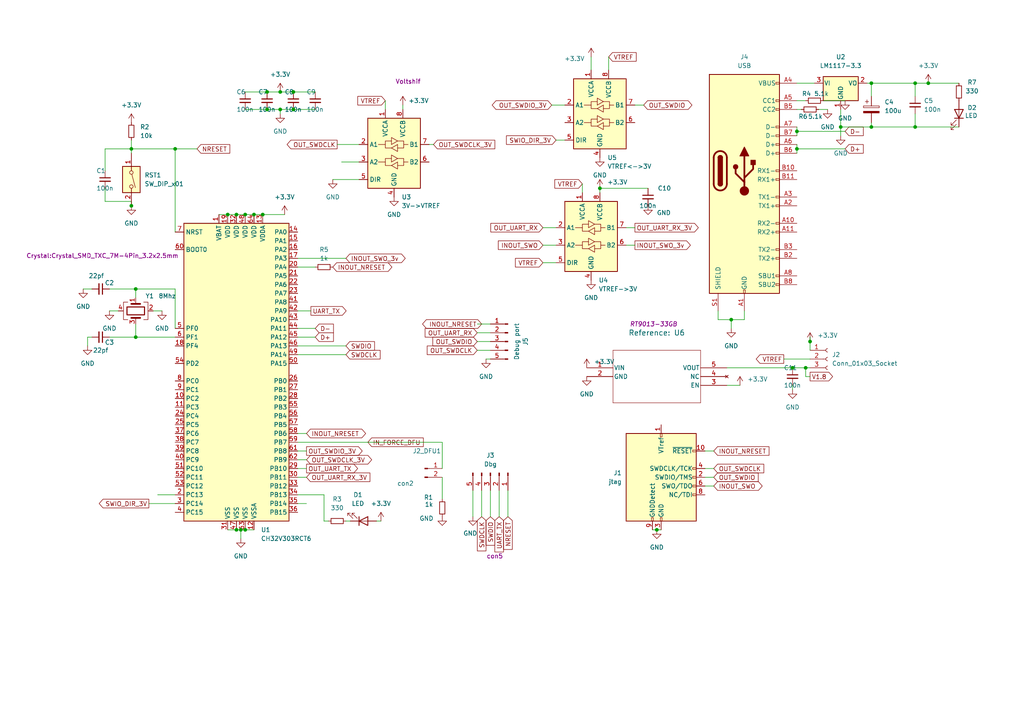
<source format=kicad_sch>
(kicad_sch (version 20231120) (generator "eeschema") (generator_version "8.0")
  (paper "A4")
  (title_block (title "Swindle CH32V303") (rev "G"))
  (lib_symbols
    (symbol "2024-10-20_09-04-45:RT9013-33GB" (pin_names (offset 0.254))
      (property "Reference" "U" (at 20.32 10.16 0))
      (property "Value" "RT9013-33GB" (at 20.32 7.62 0))
      (symbol "RT9013-33GB_0_1"
        (polyline (pts (xy 7.62 -10.16) (xy 33.02 -10.16)) (stroke (width 0.127)))
        (polyline (pts (xy 7.62 5.08) (xy 7.62 -10.16)) (stroke (width 0.127)))
        (polyline (pts (xy 33.02 -10.16) (xy 33.02 5.08)) (stroke (width 0.127)))
        (polyline (pts (xy 33.02 5.08) (xy 7.62 5.08)) (stroke (width 0.127)))
        (pin input line (at 0 0 0) (length 7.62) (name "VIN") (number "1"))
        (pin power_out line (at 0 -2.54 0) (length 7.62) (name "GND") (number "2"))
        (pin unspecified line (at 40.64 -5.08 180) (length 7.62) (name "EN") (number "3"))
        (pin no_connect line (at 40.64 -2.54 180) (length 7.62) (name "NC") (number "4"))
        (pin output line (at 40.64 0 180) (length 7.62) (name "VOUT") (number "5"))
      )
    )
    (symbol "Connector:Conn_01x02_Pin" (pin_names (offset 1.016) hide)
      (property "Reference" "J" (at 0 2.54 0))
      (property "Value" "Conn_01x02_Pin" (at 0 -5.08 0))
      (symbol "Conn_01x02_Pin_1_1"
        (polyline (pts (xy 1.27 -2.54) (xy 0.8636 -2.54)) (stroke (width 0.1524)))
        (polyline (pts (xy 1.27 0) (xy 0.8636 0)) (stroke (width 0.1524)))
        (rectangle (start 0.8636 -2.413) (end 0 -2.667) (stroke (width 0.1524)) (fill (type outline)))
        (rectangle (start 0.8636 0.127) (end 0 -0.127) (stroke (width 0.1524)) (fill (type outline)))
        (pin passive line (at 5.08 0 180) (length 3.81) (name "Pin_1") (number "1"))
        (pin passive line (at 5.08 -2.54 180) (length 3.81) (name "Pin_2") (number "2"))
      )
    )
    (symbol "Connector:Conn_01x03_Socket" (pin_names (offset 1.016) hide)
      (property "Reference" "J" (at 0 5.08 0))
      (property "Value" "Conn_01x03_Socket" (at 0 -5.08 0))
      (symbol "Conn_01x03_Socket_1_1"
        (arc (start 0 -2.032) (mid -0.5058 -2.54) (end 0 -3.048) (stroke (width 0.1524)))
        (polyline (pts (xy -1.27 -2.54) (xy -0.508 -2.54)) (stroke (width 0.1524)))
        (polyline (pts (xy -1.27 0) (xy -0.508 0)) (stroke (width 0.1524)))
        (polyline (pts (xy -1.27 2.54) (xy -0.508 2.54)) (stroke (width 0.1524)))
        (arc (start 0 0.508) (mid -0.5058 0) (end 0 -0.508) (stroke (width 0.1524)))
        (arc (start 0 3.048) (mid -0.5058 2.54) (end 0 2.032) (stroke (width 0.1524)))
        (pin passive line (at -5.08 2.54 0) (length 3.81) (name "Pin_1") (number "1"))
        (pin passive line (at -5.08 0 0) (length 3.81) (name "Pin_2") (number "2"))
        (pin passive line (at -5.08 -2.54 0) (length 3.81) (name "Pin_3") (number "3"))
      )
    )
    (symbol "Connector:Conn_01x05_Male" (pin_names (offset 1.016) hide)
      (property "Reference" "J" (at 0 7.62 0))
      (property "Value" "Conn_01x05_Male" (at 0 -7.62 0))
      (symbol "Conn_01x05_Male_1_1"
        (polyline (pts (xy 1.27 -5.08) (xy 0.8636 -5.08)) (stroke (width 0.1524)))
        (polyline (pts (xy 1.27 -2.54) (xy 0.8636 -2.54)) (stroke (width 0.1524)))
        (polyline (pts (xy 1.27 0) (xy 0.8636 0)) (stroke (width 0.1524)))
        (polyline (pts (xy 1.27 2.54) (xy 0.8636 2.54)) (stroke (width 0.1524)))
        (polyline (pts (xy 1.27 5.08) (xy 0.8636 5.08)) (stroke (width 0.1524)))
        (rectangle (start 0.8636 -4.953) (end 0 -5.207) (stroke (width 0.1524)) (fill (type outline)))
        (rectangle (start 0.8636 -2.413) (end 0 -2.667) (stroke (width 0.1524)) (fill (type outline)))
        (rectangle (start 0.8636 0.127) (end 0 -0.127) (stroke (width 0.1524)) (fill (type outline)))
        (rectangle (start 0.8636 2.667) (end 0 2.413) (stroke (width 0.1524)) (fill (type outline)))
        (rectangle (start 0.8636 5.207) (end 0 4.953) (stroke (width 0.1524)) (fill (type outline)))
        (pin passive line (at 5.08 5.08 180) (length 3.81) (name "Pin_1") (number "1"))
        (pin passive line (at 5.08 2.54 180) (length 3.81) (name "Pin_2") (number "2"))
        (pin passive line (at 5.08 0 180) (length 3.81) (name "Pin_3") (number "3"))
        (pin passive line (at 5.08 -2.54 180) (length 3.81) (name "Pin_4") (number "4"))
        (pin passive line (at 5.08 -5.08 180) (length 3.81) (name "Pin_5") (number "5"))
      )
    )
    (symbol "Connector:Conn_ARM_JTAG_SWD_10" (pin_names (offset 1.016))
      (property "Reference" "J" (at -2.54 16.51 0))
      (property "Value" "Conn_ARM_JTAG_SWD_10" (at -2.54 13.97 0))
      (symbol "Conn_ARM_JTAG_SWD_10_0_1"
        (rectangle (start -10.16 12.7) (end 10.16 -12.7) (stroke (width 0.254)) (fill (type background)))
        (rectangle (start -2.794 -12.7) (end -2.286 -11.684))
        (rectangle (start -0.254 -12.7) (end 0.254 -11.684))
        (rectangle (start -0.254 12.7) (end 0.254 11.684))
        (rectangle (start 9.144 2.286) (end 10.16 2.794))
        (rectangle (start 10.16 -2.794) (end 9.144 -2.286))
        (rectangle (start 10.16 -0.254) (end 9.144 0.254))
        (rectangle (start 10.16 7.874) (end 9.144 7.366))
      )
      (symbol "Conn_ARM_JTAG_SWD_10_1_1"
        (rectangle (start 9.144 -5.334) (end 10.16 -4.826))
        (pin power_in line (at 0 15.24 270) (length 2.54) (name "VTref") (number "1"))
        (pin open_collector line (at 12.7 7.62 180) (length 2.54) (name "~{RESET}") (number "10"))
        (pin bidirectional line (at 12.7 0 180) (length 2.54) (name "SWDIO/TMS") (number "2"))
        (pin power_in line (at 0 -15.24 90) (length 2.54) (name "GND") (number "3"))
        (pin output line (at 12.7 2.54 180) (length 2.54) (name "SWDCLK/TCK") (number "4"))
        (pin passive line (at 0 -15.24 90) (length 2.54) hide (name "GND") (number "5"))
        (pin input line (at 12.7 -2.54 180) (length 2.54) (name "SWO/TDO") (number "6"))
        (pin no_connect line (at -10.16 0 0) (length 2.54) hide (name "KEY") (number "7"))
        (pin output line (at 12.7 -5.08 180) (length 2.54) (name "NC/TDI") (number "8"))
        (pin passive line (at -2.54 -15.24 90) (length 2.54) (name "GNDDetect") (number "9"))
      )
    )
    (symbol "Connector:USB_C_Receptacle" (pin_names (offset 1.016))
      (property "Reference" "J" (at -10.16 29.21 0))
      (property "Value" "USB_C_Receptacle" (at 10.16 29.21 0))
      (symbol "USB_C_Receptacle_0_0"
        (rectangle (start -0.254 -35.56) (end 0.254 -34.544))
        (rectangle (start 10.16 -32.766) (end 9.144 -33.274))
        (rectangle (start 10.16 -30.226) (end 9.144 -30.734))
        (rectangle (start 10.16 -25.146) (end 9.144 -25.654))
        (rectangle (start 10.16 -22.606) (end 9.144 -23.114))
        (rectangle (start 10.16 -17.526) (end 9.144 -18.034))
        (rectangle (start 10.16 -14.986) (end 9.144 -15.494))
        (rectangle (start 10.16 -9.906) (end 9.144 -10.414))
        (rectangle (start 10.16 -7.366) (end 9.144 -7.874))
        (rectangle (start 10.16 -2.286) (end 9.144 -2.794))
        (rectangle (start 10.16 0.254) (end 9.144 -0.254))
        (rectangle (start 10.16 5.334) (end 9.144 4.826))
        (rectangle (start 10.16 7.874) (end 9.144 7.366))
        (rectangle (start 10.16 10.414) (end 9.144 9.906))
        (rectangle (start 10.16 12.954) (end 9.144 12.446))
        (rectangle (start 10.16 18.034) (end 9.144 17.526))
        (rectangle (start 10.16 20.574) (end 9.144 20.066))
        (rectangle (start 10.16 25.654) (end 9.144 25.146))
      )
      (symbol "USB_C_Receptacle_0_1"
        (rectangle (start -10.16 27.94) (end 10.16 -35.56) (stroke (width 0.254)) (fill (type background)))
        (arc (start -8.89 -3.81) (mid -6.985 -5.7067) (end -5.08 -3.81) (stroke (width 0.508)))
        (arc (start -7.62 -3.81) (mid -6.985 -4.4423) (end -6.35 -3.81) (stroke (width 0.254)))
        (arc (start -7.62 -3.81) (mid -6.985 -4.4423) (end -6.35 -3.81) (stroke (width 0.254)) (fill (type outline)))
        (rectangle (start -7.62 -3.81) (end -6.35 3.81) (stroke (width 0.254)) (fill (type outline)))
        (arc (start -6.35 3.81) (mid -6.985 4.4423) (end -7.62 3.81) (stroke (width 0.254)))
        (arc (start -6.35 3.81) (mid -6.985 4.4423) (end -7.62 3.81) (stroke (width 0.254)) (fill (type outline)))
        (arc (start -5.08 3.81) (mid -6.985 5.7067) (end -8.89 3.81) (stroke (width 0.508)))
        (polyline (pts (xy -8.89 -3.81) (xy -8.89 3.81)) (stroke (width 0.508)))
        (polyline (pts (xy -5.08 3.81) (xy -5.08 -3.81)) (stroke (width 0.508)))
      )
      (symbol "USB_C_Receptacle_1_1"
        (circle (center -2.54 1.143) (radius 0.635) (stroke (width 0.254)) (fill (type outline)))
        (circle (center 0 -5.842) (radius 1.27) (fill (type outline)))
        (polyline (pts (xy 0 -5.842) (xy 0 4.318)) (stroke (width 0.508)))
        (polyline (pts (xy 0 -3.302) (xy -2.54 -0.762) (xy -2.54 0.508)) (stroke (width 0.508)))
        (polyline (pts (xy 0 -2.032) (xy 2.54 0.508) (xy 2.54 1.778)) (stroke (width 0.508)))
        (polyline (pts (xy -1.27 4.318) (xy 0 6.858) (xy 1.27 4.318) (xy -1.27 4.318)) (stroke (width 0.254)) (fill (type outline)))
        (rectangle (start 1.905 1.778) (end 3.175 3.048) (stroke (width 0.254)) (fill (type outline)))
        (pin passive line (at 0 -40.64 90) (length 5.08) (name "GND") (number "A1"))
        (pin bidirectional line (at 15.24 -15.24 180) (length 5.08) (name "RX2-") (number "A10"))
        (pin bidirectional line (at 15.24 -17.78 180) (length 5.08) (name "RX2+") (number "A11"))
        (pin passive line (at 0 -40.64 90) (length 5.08) hide (name "GND") (number "A12"))
        (pin bidirectional line (at 15.24 -10.16 180) (length 5.08) (name "TX1+") (number "A2"))
        (pin bidirectional line (at 15.24 -7.62 180) (length 5.08) (name "TX1-") (number "A3"))
        (pin passive line (at 15.24 25.4 180) (length 5.08) (name "VBUS") (number "A4"))
        (pin bidirectional line (at 15.24 20.32 180) (length 5.08) (name "CC1") (number "A5"))
        (pin bidirectional line (at 15.24 7.62 180) (length 5.08) (name "D+") (number "A6"))
        (pin bidirectional line (at 15.24 12.7 180) (length 5.08) (name "D-") (number "A7"))
        (pin bidirectional line (at 15.24 -30.48 180) (length 5.08) (name "SBU1") (number "A8"))
        (pin passive line (at 15.24 25.4 180) (length 5.08) hide (name "VBUS") (number "A9"))
        (pin passive line (at 0 -40.64 90) (length 5.08) hide (name "GND") (number "B1"))
        (pin bidirectional line (at 15.24 0 180) (length 5.08) (name "RX1-") (number "B10"))
        (pin bidirectional line (at 15.24 -2.54 180) (length 5.08) (name "RX1+") (number "B11"))
        (pin passive line (at 0 -40.64 90) (length 5.08) hide (name "GND") (number "B12"))
        (pin bidirectional line (at 15.24 -25.4 180) (length 5.08) (name "TX2+") (number "B2"))
        (pin bidirectional line (at 15.24 -22.86 180) (length 5.08) (name "TX2-") (number "B3"))
        (pin passive line (at 15.24 25.4 180) (length 5.08) hide (name "VBUS") (number "B4"))
        (pin bidirectional line (at 15.24 17.78 180) (length 5.08) (name "CC2") (number "B5"))
        (pin bidirectional line (at 15.24 5.08 180) (length 5.08) (name "D+") (number "B6"))
        (pin bidirectional line (at 15.24 10.16 180) (length 5.08) (name "D-") (number "B7"))
        (pin bidirectional line (at 15.24 -33.02 180) (length 5.08) (name "SBU2") (number "B8"))
        (pin passive line (at 15.24 25.4 180) (length 5.08) hide (name "VBUS") (number "B9"))
        (pin passive line (at -7.62 -40.64 90) (length 5.08) (name "SHIELD") (number "S1"))
      )
    )
    (symbol "Device:C_Polarized" (pin_numbers hide) (pin_names (offset 0.254))
      (property "Reference" "C" (at 0.635 2.54 0))
      (property "Value" "C_Polarized" (at 0.635 -2.54 0))
      (symbol "C_Polarized_0_1"
        (rectangle (start -2.286 0.508) (end 2.286 1.016))
        (polyline (pts (xy -1.778 2.286) (xy -0.762 2.286)))
        (polyline (pts (xy -1.27 2.794) (xy -1.27 1.778)))
        (rectangle (start 2.286 -0.508) (end -2.286 -1.016) (fill (type outline)))
      )
      (symbol "C_Polarized_1_1"
        (pin passive line (at 0 3.81 270) (length 2.794) (name "~") (number "1"))
        (pin passive line (at 0 -3.81 90) (length 2.794) (name "~") (number "2"))
      )
    )
    (symbol "Device:C_Small" (pin_numbers hide) (pin_names (offset 0.254) hide)
      (property "Reference" "C" (at 0.254 1.778 0))
      (property "Value" "C_Small" (at 0.254 -2.032 0))
      (symbol "C_Small_0_1"
        (polyline (pts (xy -1.524 -0.508) (xy 1.524 -0.508)) (stroke (width 0.3302)))
        (polyline (pts (xy -1.524 0.508) (xy 1.524 0.508)) (stroke (width 0.3048)))
      )
      (symbol "C_Small_1_1"
        (pin passive line (at 0 2.54 270) (length 2.032) (name "~") (number "1"))
        (pin passive line (at 0 -2.54 90) (length 2.032) (name "~") (number "2"))
      )
    )
    (symbol "Device:Crystal_GND24" (pin_names (offset 1.016) hide)
      (property "Reference" "Y" (at 3.175 5.08 0))
      (property "Value" "Crystal_GND24" (at 3.175 3.175 0))
      (symbol "Crystal_GND24_0_1"
        (rectangle (start -1.143 2.54) (end 1.143 -2.54) (stroke (width 0.3048)))
        (polyline (pts (xy -2.54 0) (xy -2.032 0)))
        (polyline (pts (xy -2.032 -1.27) (xy -2.032 1.27)) (stroke (width 0.508)))
        (polyline (pts (xy 0 -3.81) (xy 0 -3.556)))
        (polyline (pts (xy 0 3.556) (xy 0 3.81)))
        (polyline (pts (xy 2.032 -1.27) (xy 2.032 1.27)) (stroke (width 0.508)))
        (polyline (pts (xy 2.032 0) (xy 2.54 0)))
        (polyline (pts (xy -2.54 -2.286) (xy -2.54 -3.556) (xy 2.54 -3.556) (xy 2.54 -2.286)))
        (polyline (pts (xy -2.54 2.286) (xy -2.54 3.556) (xy 2.54 3.556) (xy 2.54 2.286)))
      )
      (symbol "Crystal_GND24_1_1"
        (pin passive line (at -3.81 0 0) (length 1.27) (name "1") (number "1"))
        (pin passive line (at 0 5.08 270) (length 1.27) (name "2") (number "2"))
        (pin passive line (at 3.81 0 180) (length 1.27) (name "3") (number "3"))
        (pin passive line (at 0 -5.08 90) (length 1.27) (name "4") (number "4"))
      )
    )
    (symbol "Device:LED" (pin_numbers hide) (pin_names (offset 1.016) hide)
      (property "Reference" "D" (at 0 2.54 0))
      (property "Value" "LED" (at 0 -2.54 0))
      (symbol "LED_0_1"
        (polyline (pts (xy -1.27 -1.27) (xy -1.27 1.27)) (stroke (width 0.254)))
        (polyline (pts (xy -1.27 0) (xy 1.27 0)))
        (polyline (pts (xy 1.27 -1.27) (xy 1.27 1.27) (xy -1.27 0) (xy 1.27 -1.27)) (stroke (width 0.254)))
        (polyline (pts (xy -3.048 -0.762) (xy -4.572 -2.286) (xy -3.81 -2.286) (xy -4.572 -2.286) (xy -4.572 -1.524)))
        (polyline (pts (xy -1.778 -0.762) (xy -3.302 -2.286) (xy -2.54 -2.286) (xy -3.302 -2.286) (xy -3.302 -1.524)))
      )
      (symbol "LED_1_1"
        (pin passive line (at -3.81 0 0) (length 2.54) (name "K") (number "1"))
        (pin passive line (at 3.81 0 180) (length 2.54) (name "A") (number "2"))
      )
    )
    (symbol "Device:R_Small" (pin_numbers hide) (pin_names (offset 0.254) hide)
      (property "Reference" "R" (at 0.762 0.508 0))
      (property "Value" "R_Small" (at 0.762 -1.016 0))
      (symbol "R_Small_0_1"
        (rectangle (start -0.762 1.778) (end 0.762 -1.778) (stroke (width 0.2032)))
      )
      (symbol "R_Small_1_1"
        (pin passive line (at 0 2.54 270) (length 0.762) (name "~") (number "1"))
        (pin passive line (at 0 -2.54 90) (length 0.762) (name "~") (number "2"))
      )
    )
    (symbol "Logic_LevelTranslator:SN74LVC2T45DCUR"
      (property "Reference" "U" (at -6.35 11.43 0))
      (property "Value" "SN74LVC2T45DCUR" (at 3.81 11.43 0))
      (symbol "SN74LVC2T45DCUR_0_1"
        (rectangle (start -7.62 10.16) (end 7.62 -10.16) (stroke (width 0.254)) (fill (type background)))
        (polyline (pts (xy -2.54 2.54) (xy -2.54 3.556) (xy -0.762 3.556)))
        (polyline (pts (xy 2.794 2.54) (xy 2.794 1.524) (xy 1.016 1.524)))
        (polyline (pts (xy -0.762 1.524) (xy -2.54 1.524) (xy -2.54 2.54) (xy -4.572 2.54)))
        (polyline (pts (xy -0.762 2.54) (xy -0.762 4.572) (xy 1.016 3.556) (xy -0.762 2.54)))
        (polyline (pts (xy 1.016 3.556) (xy 2.794 3.556) (xy 2.794 2.54) (xy 4.064 2.54)))
        (polyline (pts (xy 1.016 2.54) (xy 1.016 0.762) (xy 1.016 0.508) (xy -0.762 1.524) (xy 1.016 2.54)))
      )
      (symbol "SN74LVC2T45DCUR_1_1"
        (polyline (pts (xy -2.54 -2.54) (xy -2.54 -1.524) (xy -0.762 -1.524)))
        (polyline (pts (xy 2.794 -2.54) (xy 2.794 -3.556) (xy 1.016 -3.556)))
        (polyline (pts (xy -0.762 -3.556) (xy -2.54 -3.556) (xy -2.54 -2.54) (xy -4.572 -2.54)))
        (polyline (pts (xy -0.762 -2.54) (xy -0.762 -0.508) (xy 1.016 -1.524) (xy -0.762 -2.54)))
        (polyline (pts (xy 1.016 -1.524) (xy 2.794 -1.524) (xy 2.794 -2.54) (xy 4.064 -2.54)))
        (polyline (pts (xy 1.016 -2.54) (xy 1.016 -4.318) (xy 1.016 -4.572) (xy -0.762 -3.556) (xy 1.016 -2.54)))
        (pin power_in line (at -2.54 12.7 270) (length 2.54) (name "VCCA") (number "1"))
        (pin bidirectional line (at -10.16 2.54 0) (length 2.54) (name "A1") (number "2"))
        (pin bidirectional line (at -10.16 -2.54 0) (length 2.54) (name "A2") (number "3"))
        (pin power_in line (at 0 -12.7 90) (length 2.54) (name "GND") (number "4"))
        (pin input line (at -10.16 -7.62 0) (length 2.54) (name "DIR") (number "5"))
        (pin bidirectional line (at 10.16 -2.54 180) (length 2.54) (name "B2") (number "6"))
        (pin bidirectional line (at 10.16 2.54 180) (length 2.54) (name "B1") (number "7"))
        (pin power_in line (at 2.54 12.7 270) (length 2.54) (name "VCCB") (number "8"))
      )
    )
    (symbol "MCU_ST_STM32F3:STM32F303RCTx"
      (property "Reference" "U" (at -15.24 44.45 0))
      (property "Value" "STM32F303RCTx" (at 10.16 44.45 0))
      (symbol "STM32F303RCTx_0_1"
        (rectangle (start -15.24 -43.18) (end 15.24 43.18) (stroke (width 0.254)) (fill (type background)))
      )
      (symbol "STM32F303RCTx_1_1"
        (pin power_in line (at -5.08 45.72 270) (length 2.54) (name "VBAT") (number "1"))
        (pin bidirectional line (at -17.78 -7.62 0) (length 2.54) (name "PC2") (number "10"))
        (pin bidirectional line (at -17.78 -10.16 0) (length 2.54) (name "PC3") (number "11"))
        (pin power_in line (at 5.08 -45.72 90) (length 2.54) (name "VSSA") (number "12"))
        (pin power_in line (at 7.62 45.72 270) (length 2.54) (name "VDDA") (number "13"))
        (pin bidirectional line (at 17.78 40.64 180) (length 2.54) (name "PA0") (number "14"))
        (pin bidirectional line (at 17.78 38.1 180) (length 2.54) (name "PA1") (number "15"))
        (pin bidirectional line (at 17.78 35.56 180) (length 2.54) (name "PA2") (number "16"))
        (pin bidirectional line (at 17.78 33.02 180) (length 2.54) (name "PA3") (number "17"))
        (pin bidirectional line (at -17.78 7.62 0) (length 2.54) (name "PF4") (number "18"))
        (pin power_in line (at -2.54 45.72 270) (length 2.54) (name "VDD") (number "19"))
        (pin bidirectional line (at -17.78 -35.56 0) (length 2.54) (name "PC13") (number "2"))
        (pin bidirectional line (at 17.78 30.48 180) (length 2.54) (name "PA4") (number "20"))
        (pin bidirectional line (at 17.78 27.94 180) (length 2.54) (name "PA5") (number "21"))
        (pin bidirectional line (at 17.78 25.4 180) (length 2.54) (name "PA6") (number "22"))
        (pin bidirectional line (at 17.78 22.86 180) (length 2.54) (name "PA7") (number "23"))
        (pin bidirectional line (at -17.78 -12.7 0) (length 2.54) (name "PC4") (number "24"))
        (pin bidirectional line (at -17.78 -15.24 0) (length 2.54) (name "PC5") (number "25"))
        (pin bidirectional line (at 17.78 -2.54 180) (length 2.54) (name "PB0") (number "26"))
        (pin bidirectional line (at 17.78 -5.08 180) (length 2.54) (name "PB1") (number "27"))
        (pin bidirectional line (at 17.78 -7.62 180) (length 2.54) (name "PB2") (number "28"))
        (pin bidirectional line (at 17.78 -27.94 180) (length 2.54) (name "PB10") (number "29"))
        (pin bidirectional line (at -17.78 -38.1 0) (length 2.54) (name "PC14") (number "3"))
        (pin bidirectional line (at 17.78 -30.48 180) (length 2.54) (name "PB11") (number "30"))
        (pin power_in line (at -2.54 -45.72 90) (length 2.54) (name "VSS") (number "31"))
        (pin power_in line (at 0 45.72 270) (length 2.54) (name "VDD") (number "32"))
        (pin bidirectional line (at 17.78 -33.02 180) (length 2.54) (name "PB12") (number "33"))
        (pin bidirectional line (at 17.78 -35.56 180) (length 2.54) (name "PB13") (number "34"))
        (pin bidirectional line (at 17.78 -38.1 180) (length 2.54) (name "PB14") (number "35"))
        (pin bidirectional line (at 17.78 -40.64 180) (length 2.54) (name "PB15") (number "36"))
        (pin bidirectional line (at -17.78 -17.78 0) (length 2.54) (name "PC6") (number "37"))
        (pin bidirectional line (at -17.78 -20.32 0) (length 2.54) (name "PC7") (number "38"))
        (pin bidirectional line (at -17.78 -22.86 0) (length 2.54) (name "PC8") (number "39"))
        (pin bidirectional line (at -17.78 -40.64 0) (length 2.54) (name "PC15") (number "4"))
        (pin bidirectional line (at -17.78 -25.4 0) (length 2.54) (name "PC9") (number "40"))
        (pin bidirectional line (at 17.78 20.32 180) (length 2.54) (name "PA8") (number "41"))
        (pin bidirectional line (at 17.78 17.78 180) (length 2.54) (name "PA9") (number "42"))
        (pin bidirectional line (at 17.78 15.24 180) (length 2.54) (name "PA10") (number "43"))
        (pin bidirectional line (at 17.78 12.7 180) (length 2.54) (name "PA11") (number "44"))
        (pin bidirectional line (at 17.78 10.16 180) (length 2.54) (name "PA12") (number "45"))
        (pin bidirectional line (at 17.78 7.62 180) (length 2.54) (name "PA13") (number "46"))
        (pin power_in line (at 0 -45.72 90) (length 2.54) (name "VSS") (number "47"))
        (pin power_in line (at 2.54 45.72 270) (length 2.54) (name "VDD") (number "48"))
        (pin bidirectional line (at 17.78 5.08 180) (length 2.54) (name "PA14") (number "49"))
        (pin input line (at -17.78 12.7 0) (length 2.54) (name "PF0") (number "5"))
        (pin bidirectional line (at 17.78 2.54 180) (length 2.54) (name "PA15") (number "50"))
        (pin bidirectional line (at -17.78 -27.94 0) (length 2.54) (name "PC10") (number "51"))
        (pin bidirectional line (at -17.78 -30.48 0) (length 2.54) (name "PC11") (number "52"))
        (pin bidirectional line (at -17.78 -33.02 0) (length 2.54) (name "PC12") (number "53"))
        (pin bidirectional line (at -17.78 2.54 0) (length 2.54) (name "PD2") (number "54"))
        (pin bidirectional line (at 17.78 -10.16 180) (length 2.54) (name "PB3") (number "55"))
        (pin bidirectional line (at 17.78 -12.7 180) (length 2.54) (name "PB4") (number "56"))
        (pin bidirectional line (at 17.78 -15.24 180) (length 2.54) (name "PB5") (number "57"))
        (pin bidirectional line (at 17.78 -17.78 180) (length 2.54) (name "PB6") (number "58"))
        (pin bidirectional line (at 17.78 -20.32 180) (length 2.54) (name "PB7") (number "59"))
        (pin input line (at -17.78 10.16 0) (length 2.54) (name "PF1") (number "6"))
        (pin input line (at -17.78 35.56 0) (length 2.54) (name "BOOT0") (number "60"))
        (pin bidirectional line (at 17.78 -22.86 180) (length 2.54) (name "PB8") (number "61"))
        (pin bidirectional line (at 17.78 -25.4 180) (length 2.54) (name "PB9") (number "62"))
        (pin power_in line (at 2.54 -45.72 90) (length 2.54) (name "VSS") (number "63"))
        (pin power_in line (at 5.08 45.72 270) (length 2.54) (name "VDD") (number "64"))
        (pin input line (at -17.78 40.64 0) (length 2.54) (name "NRST") (number "7"))
        (pin bidirectional line (at -17.78 -2.54 0) (length 2.54) (name "PC0") (number "8"))
        (pin bidirectional line (at -17.78 -5.08 0) (length 2.54) (name "PC1") (number "9"))
      )
    )
    (symbol "Regulator_Linear:LM1117-3.3" (pin_names (offset 0.254))
      (property "Reference" "U" (at -3.81 3.175 0))
      (property "Value" "LM1117-3.3" (at 0 3.175 0))
      (symbol "LM1117-3.3_0_1"
        (rectangle (start -5.08 -5.08) (end 5.08 1.905) (stroke (width 0.254)) (fill (type background)))
      )
      (symbol "LM1117-3.3_1_1"
        (pin power_in line (at 0 -7.62 90) (length 2.54) (name "GND") (number "1"))
        (pin power_out line (at 7.62 0 180) (length 2.54) (name "VO") (number "2"))
        (pin power_in line (at -7.62 0 0) (length 2.54) (name "VI") (number "3"))
      )
    )
    (symbol "Switch:SW_DIP_x01" (pin_names (offset 0) hide)
      (property "Reference" "SW" (at 0 3.81 0))
      (property "Value" "SW_DIP_x01" (at 0 -3.81 0))
      (symbol "SW_DIP_x01_0_0"
        (circle (center -2.032 0) (radius 0.508))
        (polyline (pts (xy -1.524 0.127) (xy 2.3622 1.1684)))
        (circle (center 2.032 0) (radius 0.508))
      )
      (symbol "SW_DIP_x01_0_1"
        (rectangle (start -3.81 2.54) (end 3.81 -2.54) (stroke (width 0.254)) (fill (type background)))
      )
      (symbol "SW_DIP_x01_1_1"
        (pin passive line (at -7.62 0 0) (length 5.08) (name "~") (number "1"))
        (pin passive line (at 7.62 0 180) (length 5.08) (name "~") (number "2"))
      )
    )
    (symbol "power:+3.3V" (power) (pin_names (offset 0))
      (property "Value" "+3.3V" (at 0 3.556 0))
      (symbol "+3.3V_0_1"
        (polyline (pts (xy -0.762 1.27) (xy 0 2.54)))
        (polyline (pts (xy 0 0) (xy 0 2.54)))
        (polyline (pts (xy 0 2.54) (xy 0.762 1.27)))
      )
      (symbol "+3.3V_1_1"
        (pin power_in line (at 0 0 90) (length 0) hide (name "+3.3V") (number "1"))
      )
    )
    (symbol "power:GND" (power) (pin_names (offset 0))
      (property "Value" "GND" (at 0 -3.81 0))
      (symbol "GND_0_1"
        (polyline (pts (xy 0 0) (xy 0 -1.27) (xy 1.27 -1.27) (xy 0 -2.54) (xy -1.27 -1.27) (xy 0 -1.27)))
      )
      (symbol "GND_1_1"
        (pin power_in line (at 0 0 270) (length 0) hide (name "GND") (number "1"))
      )
    )
  )
  (junction (at 77.47 31.75))
  (junction (at 85.09 26.67))
  (junction (at 50.8 43.18))
  (junction (at 68.58 153.67))
  (junction (at 71.12 153.67))
  (junction (at 173.99 54.61))
  (junction (at 73.66 62.23))
  (junction (at 77.47 26.67))
  (junction (at 38.1 43.18))
  (junction (at 69.85 153.67))
  (junction (at 81.28 26.67))
  (junction (at 233.68 106.68))
  (junction (at 39.37 83.82))
  (junction (at 252.73 24.13))
  (junction (at 68.58 62.23))
  (junction (at 243.84 36.83))
  (junction (at 76.2 62.23))
  (junction (at 39.37 97.79))
  (junction (at 71.12 62.23))
  (junction (at 252.73 36.83))
  (junction (at 190.5 153.67))
  (junction (at 265.43 24.13))
  (junction (at 231.14 38.1))
  (junction (at 234.95 99.06))
  (junction (at 269.24 24.13))
  (junction (at 265.43 36.83))
  (junction (at 85.09 31.75))
  (junction (at 229.87 106.68))
  (junction (at 38.1 59.69))
  (junction (at 231.14 43.18))
  (junction (at 66.04 62.23))
  (junction (at 212.09 92.71))
  (junction (at 81.28 31.75))
  (wire (pts (xy 181.61 66.04) (xy 184.15 66.04)))
  (wire (pts (xy 233.68 109.22) (xy 233.68 106.68)))
  (wire (pts (xy 77.47 31.75) (xy 81.28 31.75)))
  (wire (pts (xy 66.04 153.67) (xy 68.58 153.67)))
  (wire (pts (xy 31.75 90.17) (xy 34.29 90.17)))
  (wire (pts (xy 38.1 40.64) (xy 38.1 43.18)))
  (wire (pts (xy 243.84 36.83) (xy 252.73 36.83)))
  (wire (pts (xy 231.14 38.1) (xy 245.11 38.1)))
  (wire (pts (xy 252.73 24.13) (xy 265.43 24.13)))
  (wire (pts (xy 38.1 43.18) (xy 50.8 43.18)))
  (wire (pts (xy 265.43 27.94) (xy 265.43 24.13)))
  (wire (pts (xy 231.14 24.13) (xy 236.22 24.13)))
  (wire (pts (xy 69.85 153.67) (xy 71.12 153.67)))
  (wire (pts (xy 265.43 24.13) (xy 269.24 24.13)))
  (wire (pts (xy 265.43 33.02) (xy 265.43 36.83)))
  (wire (pts (xy 142.24 142.24) (xy 142.24 149.86)))
  (wire (pts (xy 204.47 135.89) (xy 207.01 135.89)))
  (wire (pts (xy 38.1 58.42) (xy 38.1 59.69)))
  (wire (pts (xy 157.48 76.2) (xy 161.29 76.2)))
  (wire (pts (xy 144.78 142.24) (xy 144.78 149.86)))
  (wire (pts (xy 71.12 62.23) (xy 73.66 62.23)))
  (wire (pts (xy 86.36 74.93) (xy 100.33 74.93)))
  (wire (pts (xy 212.09 92.71) (xy 215.9 92.71)))
  (wire (pts (xy 184.15 30.48) (xy 186.69 30.48)))
  (wire (pts (xy 76.2 62.23) (xy 82.55 62.23)))
  (wire (pts (xy 31.75 83.82) (xy 39.37 83.82)))
  (wire (pts (xy 30.48 49.53) (xy 30.48 43.18)))
  (wire (pts (xy 30.48 54.61) (xy 30.48 58.42)))
  (wire (pts (xy 168.91 53.34) (xy 168.91 55.88)))
  (wire (pts (xy 231.14 36.83) (xy 231.14 38.1)))
  (wire (pts (xy 140.97 104.14) (xy 142.24 104.14)))
  (wire (pts (xy 39.37 83.82) (xy 50.8 83.82)))
  (wire (pts (xy 39.37 93.98) (xy 39.37 97.79)))
  (wire (pts (xy 138.43 93.98) (xy 142.24 93.98)))
  (wire (pts (xy 229.87 111.76) (xy 229.87 113.03)))
  (wire (pts (xy 86.36 95.25) (xy 91.44 95.25)))
  (wire (pts (xy 31.75 97.79) (xy 39.37 97.79)))
  (wire (pts (xy 238.76 29.21) (xy 245.11 29.21)))
  (wire (pts (xy 109.22 151.13) (xy 110.49 151.13)))
  (wire (pts (xy 215.9 90.17) (xy 215.9 92.71)))
  (wire (pts (xy 93.98 143.51) (xy 93.98 151.13)))
  (wire (pts (xy 63.5 62.23) (xy 66.04 62.23)))
  (wire (pts (xy 243.84 36.83) (xy 243.84 39.37)))
  (wire (pts (xy 81.28 31.75) (xy 85.09 31.75)))
  (wire (pts (xy 190.5 153.67) (xy 191.77 153.67)))
  (wire (pts (xy 208.28 92.71) (xy 212.09 92.71)))
  (wire (pts (xy 231.14 43.18) (xy 231.14 44.45)))
  (wire (pts (xy 96.52 52.07) (xy 104.14 52.07)))
  (wire (pts (xy 81.28 31.75) (xy 81.28 33.02)))
  (wire (pts (xy 68.58 153.67) (xy 69.85 153.67)))
  (wire (pts (xy 229.87 106.68) (xy 233.68 106.68)))
  (wire (pts (xy 50.8 43.18) (xy 57.15 43.18)))
  (wire (pts (xy 30.48 43.18) (xy 38.1 43.18)))
  (wire (pts (xy 204.47 138.43) (xy 207.01 138.43)))
  (wire (pts (xy 100.33 151.13) (xy 101.6 151.13)))
  (wire (pts (xy 111.76 29.21) (xy 111.76 31.75)))
  (wire (pts (xy 44.45 90.17) (xy 46.99 90.17)))
  (wire (pts (xy 234.95 99.06) (xy 234.95 101.6)))
  (wire (pts (xy 86.36 125.73) (xy 88.9 125.73)))
  (wire (pts (xy 231.14 29.21) (xy 233.68 29.21)))
  (wire (pts (xy 86.36 100.33) (xy 100.33 100.33)))
  (wire (pts (xy 231.14 38.1) (xy 231.14 39.37)))
  (wire (pts (xy 243.84 31.75) (xy 243.84 36.83)))
  (wire (pts (xy 38.1 43.18) (xy 38.1 44.45)))
  (wire (pts (xy 227.33 104.14) (xy 234.95 104.14)))
  (wire (pts (xy 86.36 77.47) (xy 91.44 77.47)))
  (wire (pts (xy 128.27 128.27) (xy 128.27 135.89)))
  (wire (pts (xy 269.24 24.13) (xy 278.13 24.13)))
  (wire (pts (xy 81.28 26.67) (xy 85.09 26.67)))
  (wire (pts (xy 139.7 142.24) (xy 139.7 149.86)))
  (wire (pts (xy 30.48 58.42) (xy 38.1 58.42)))
  (wire (pts (xy 86.36 135.89) (xy 88.9 135.89)))
  (wire (pts (xy 204.47 130.81) (xy 207.01 130.81)))
  (wire (pts (xy 25.4 97.79) (xy 25.4 100.33)))
  (wire (pts (xy 234.95 109.22) (xy 233.68 109.22)))
  (wire (pts (xy 25.4 97.79) (xy 26.67 97.79)))
  (wire (pts (xy 212.09 92.71) (xy 212.09 95.25)))
  (wire (pts (xy 157.48 71.12) (xy 161.29 71.12)))
  (wire (pts (xy 181.61 71.12) (xy 184.15 71.12)))
  (wire (pts (xy 171.45 16.51) (xy 171.45 20.32)))
  (wire (pts (xy 86.36 138.43) (xy 88.9 138.43)))
  (wire (pts (xy 71.12 31.75) (xy 77.47 31.75)))
  (wire (pts (xy 176.53 16.51) (xy 176.53 20.32)))
  (wire (pts (xy 69.85 153.67) (xy 69.85 156.21)))
  (wire (pts (xy 231.14 43.18) (xy 245.11 43.18)))
  (wire (pts (xy 157.48 66.04) (xy 161.29 66.04)))
  (wire (pts (xy 73.66 62.23) (xy 76.2 62.23)))
  (wire (pts (xy 208.28 90.17) (xy 208.28 92.71)))
  (wire (pts (xy 138.43 96.52) (xy 142.24 96.52)))
  (wire (pts (xy 147.32 142.24) (xy 147.32 149.86)))
  (wire (pts (xy 68.58 62.23) (xy 71.12 62.23)))
  (wire (pts (xy 116.84 30.48) (xy 116.84 31.75)))
  (wire (pts (xy 97.79 41.91) (xy 104.14 41.91)))
  (wire (pts (xy 39.37 83.82) (xy 39.37 86.36)))
  (wire (pts (xy 86.36 143.51) (xy 93.98 143.51)))
  (wire (pts (xy 50.8 43.18) (xy 50.8 67.31)))
  (wire (pts (xy 265.43 36.83) (xy 278.13 36.83)))
  (wire (pts (xy 93.98 151.13) (xy 95.25 151.13)))
  (wire (pts (xy 138.43 101.6) (xy 142.24 101.6)))
  (wire (pts (xy 86.36 90.17) (xy 90.17 90.17)))
  (wire (pts (xy 233.68 106.68) (xy 234.95 106.68)))
  (wire (pts (xy 173.99 54.61) (xy 187.96 54.61)))
  (wire (pts (xy 231.14 41.91) (xy 231.14 43.18)))
  (wire (pts (xy 137.16 142.24) (xy 137.16 149.86)))
  (wire (pts (xy 86.36 97.79) (xy 91.44 97.79)))
  (wire (pts (xy 85.09 31.75) (xy 91.44 31.75)))
  (wire (pts (xy 71.12 153.67) (xy 73.66 153.67)))
  (wire (pts (xy 124.46 41.91) (xy 125.73 41.91)))
  (wire (pts (xy 210.82 111.76) (xy 214.63 111.76)))
  (wire (pts (xy 85.09 26.67) (xy 91.44 26.67)))
  (wire (pts (xy 45.72 143.51) (xy 50.8 143.51)))
  (wire (pts (xy 86.36 102.87) (xy 100.33 102.87)))
  (wire (pts (xy 173.99 54.61) (xy 173.99 55.88)))
  (wire (pts (xy 128.27 138.43) (xy 128.27 144.78)))
  (wire (pts (xy 86.36 128.27) (xy 128.27 128.27)))
  (wire (pts (xy 210.82 106.68) (xy 229.87 106.68)))
  (wire (pts (xy 161.29 40.64) (xy 163.83 40.64)))
  (wire (pts (xy 251.46 24.13) (xy 252.73 24.13)))
  (wire (pts (xy 77.47 26.67) (xy 81.28 26.67)))
  (wire (pts (xy 50.8 95.25) (xy 50.8 83.82)))
  (wire (pts (xy 86.36 133.35) (xy 88.9 133.35)))
  (wire (pts (xy 66.04 62.23) (xy 68.58 62.23)))
  (wire (pts (xy 39.37 97.79) (xy 50.8 97.79)))
  (wire (pts (xy 24.13 83.82) (xy 26.67 83.82)))
  (wire (pts (xy 43.18 146.05) (xy 50.8 146.05)))
  (wire (pts (xy 138.43 99.06) (xy 142.24 99.06)))
  (wire (pts (xy 252.73 36.83) (xy 265.43 36.83)))
  (wire (pts (xy 160.02 30.48) (xy 163.83 30.48)))
  (wire (pts (xy 234.95 97.79) (xy 234.95 99.06)))
  (wire (pts (xy 86.36 130.81) (xy 88.9 130.81)))
  (wire (pts (xy 71.12 26.67) (xy 77.47 26.67)))
  (wire (pts (xy 99.06 46.99) (xy 104.14 46.99)))
  (wire (pts (xy 189.23 153.67) (xy 190.5 153.67)))
  (wire (pts (xy 237.49 31.75) (xy 240.03 31.75)))
  (wire (pts (xy 204.47 140.97) (xy 207.01 140.97)))
  (wire (pts (xy 231.14 31.75) (xy 232.41 31.75)))
  (wire (pts (xy 252.73 27.94) (xy 252.73 24.13)))
  (wire (pts (xy 86.36 146.05) (xy 88.9 146.05)))
  (wire (pts (xy 252.73 35.56) (xy 252.73 36.83)))
  (global_label "SWIO_DIR_3V" (shape output) (at 43.18 146.05 180) (property "Intersheetrefs" "${INTERSHEET_REFS}" (effects (hide yes))))
  (global_label "SWDCLK" (shape input) (at 100.33 102.87 0) (property "Intersheetrefs" "${INTERSHEET_REFS}" (effects (hide yes))))
  (global_label "INOUT_SWO" (shape bidirectional) (at 207.01 140.97 0) (property "Intersheetrefs" "${INTERSHEET_REFS}" (effects (hide yes))))
  (global_label "VTREF" (shape input) (at 111.76 29.21 180) (property "Intersheetrefs" "${INTERSHEET_REFS}" (effects (hide yes))))
  (global_label "INOUT_SWO_3v" (shape output) (at 184.15 71.12 0) (property "Intersheetrefs" "${INTERSHEET_REFS}" (effects (hide yes))))
  (global_label "OUT_UART_RX_3V" (shape output) (at 184.15 66.04 0) (property "Intersheetrefs" "${INTERSHEET_REFS}" (effects (hide yes))))
  (global_label "V1.8" (shape output) (at 234.95 109.22 0) (property "Intersheetrefs" "${INTERSHEET_REFS}" (effects (hide yes))))
  (global_label "OUT_SWDIO" (shape input) (at 207.01 138.43 0) (property "Intersheetrefs" "${INTERSHEET_REFS}" (effects (hide yes))))
  (global_label "D-" (shape input) (at 91.44 95.25 0) (property "Intersheetrefs" "${INTERSHEET_REFS}" (effects (hide yes))))
  (global_label "OUT_SWDIO" (shape input) (at 138.43 99.06 180) (property "Intersheetrefs" "${INTERSHEET_REFS}" (effects (hide yes))))
  (global_label "INOUT_NRESET" (shape input) (at 207.01 130.81 0) (property "Intersheetrefs" "${INTERSHEET_REFS}" (effects (hide yes))))
  (global_label "OUT_UART_RX" (shape input) (at 138.43 96.52 180) (property "Intersheetrefs" "${INTERSHEET_REFS}" (effects (hide yes))))
  (global_label "INOUT_SWO_3v" (shape bidirectional) (at 100.33 74.93 0) (property "Intersheetrefs" "${INTERSHEET_REFS}" (effects (hide yes))))
  (global_label "OUT_UART_RX_3V" (shape input) (at 88.9 138.43 0) (property "Intersheetrefs" "${INTERSHEET_REFS}" (effects (hide yes))))
  (global_label "VTREF" (shape input) (at 157.48 76.2 180) (property "Intersheetrefs" "${INTERSHEET_REFS}" (effects (hide yes))))
  (global_label "OUT_UART_RX" (shape input) (at 157.48 66.04 180) (property "Intersheetrefs" "${INTERSHEET_REFS}" (effects (hide yes))))
  (global_label "OUT_UART_TX" (shape output) (at 88.9 135.89 0) (property "Intersheetrefs" "${INTERSHEET_REFS}" (effects (hide yes))))
  (global_label "UART_TX" (shape output) (at 90.17 90.17 0) (property "Intersheetrefs" "${INTERSHEET_REFS}" (effects (hide yes))))
  (global_label "OUT_SWDCLK_3V" (shape bidirectional) (at 88.9 133.35 0) (property "Intersheetrefs" "${INTERSHEET_REFS}" (effects (hide yes))))
  (global_label "OUT_SWDCLK" (shape input) (at 138.43 101.6 180) (property "Intersheetrefs" "${INTERSHEET_REFS}" (effects (hide yes))))
  (global_label "UART_TX" (shape input) (at 144.78 149.86 270) (property "Intersheetrefs" "${INTERSHEET_REFS}" (effects (hide yes))))
  (global_label "D+" (shape input) (at 91.44 97.79 0) (property "Intersheetrefs" "${INTERSHEET_REFS}" (effects (hide yes))))
  (global_label "SWDCLK" (shape input) (at 139.7 149.86 270) (property "Intersheetrefs" "${INTERSHEET_REFS}" (effects (hide yes))))
  (global_label "SWDIO" (shape input) (at 142.24 149.86 270) (property "Intersheetrefs" "${INTERSHEET_REFS}" (effects (hide yes))))
  (global_label "OUT_SWDCLK" (shape input) (at 207.01 135.89 0) (property "Intersheetrefs" "${INTERSHEET_REFS}" (effects (hide yes))))
  (global_label "INOUT_SWO" (shape input) (at 157.48 71.12 180) (property "Intersheetrefs" "${INTERSHEET_REFS}" (effects (hide yes))))
  (global_label "INOUT_NRESET" (shape bidirectional) (at 88.9 125.73 0) (property "Intersheetrefs" "${INTERSHEET_REFS}" (effects (hide yes))))
  (global_label "OUT_SWDIO_3V" (shape output) (at 88.9 130.81 0) (property "Intersheetrefs" "${INTERSHEET_REFS}" (effects (hide yes))))
  (global_label "SWIO_DIR_3V" (shape input) (at 161.29 40.64 180) (property "Intersheetrefs" "${INTERSHEET_REFS}" (effects (hide yes))))
  (global_label "IN_FORCE_DFU" (shape input) (at 106.68 128.27 0) (property "Intersheetrefs" "${INTERSHEET_REFS}" (effects (hide yes))))
  (global_label "SWDIO" (shape input) (at 100.33 100.33 0) (property "Intersheetrefs" "${INTERSHEET_REFS}" (effects (hide yes))))
  (global_label "D+" (shape input) (at 245.11 43.18 0) (property "Intersheetrefs" "${INTERSHEET_REFS}" (effects (hide yes))))
  (global_label "VTREF" (shape input) (at 176.53 16.51 0) (property "Intersheetrefs" "${INTERSHEET_REFS}" (effects (hide yes))))
  (global_label "INOUT_NRESET" (shape bidirectional) (at 139.7 93.98 180) (property "Intersheetrefs" "${INTERSHEET_REFS}" (effects (hide yes))))
  (global_label "D-" (shape input) (at 245.11 38.1 0) (property "Intersheetrefs" "${INTERSHEET_REFS}" (effects (hide yes))))
  (global_label "OUT_SWDCLK_3V" (shape input) (at 125.73 41.91 0) (property "Intersheetrefs" "${INTERSHEET_REFS}" (effects (hide yes))))
  (global_label "VTREF" (shape input) (at 168.91 53.34 180) (property "Intersheetrefs" "${INTERSHEET_REFS}" (effects (hide yes))))
  (global_label "NRESET" (shape input) (at 147.32 149.86 270) (property "Intersheetrefs" "${INTERSHEET_REFS}" (effects (hide yes))))
  (global_label "VTREF" (shape output) (at 227.33 104.14 180) (property "Intersheetrefs" "${INTERSHEET_REFS}" (effects (hide yes))))
  (global_label "OUT_SWDCLK" (shape output) (at 97.79 41.91 180) (property "Intersheetrefs" "${INTERSHEET_REFS}" (effects (hide yes))))
  (global_label "OUT_SWDIO" (shape bidirectional) (at 186.69 30.48 0) (property "Intersheetrefs" "${INTERSHEET_REFS}" (effects (hide yes))))
  (global_label "NRESET" (shape input) (at 57.15 43.18 0) (property "Intersheetrefs" "${INTERSHEET_REFS}" (effects (hide yes))))
  (global_label "INOUT_NRESET" (shape bidirectional) (at 96.52 77.47 0) (property "Intersheetrefs" "${INTERSHEET_REFS}" (effects (hide yes))))
  (global_label "OUT_SWDIO_3V" (shape bidirectional) (at 160.02 30.48 180) (property "Intersheetrefs" "${INTERSHEET_REFS}" (effects (hide yes))))
  (symbol (lib_id "Connector:Conn_01x05_Male") (at 147.32 99.06 0) (mirror y) (unit 1)
    (property "Reference" "J5" (at 152.4 99.06 90))
    (property "Value" "Debug port" (at 149.86 99.06 90))
    (property "Footprint" "Con5" (effects (hide yes)))
  )
  (symbol (lib_id "Device:C_Small") (at 85.09 29.21 0) (unit 1)
    (property "Reference" "C8" (at 82.55 26.67 0) (effects (justify left)))
    (property "Value" "100n" (at 82.55 31.75 0) (effects (justify left)))
    (property "Footprint" "Resistor_SMD:R_0603_1608Metric" (effects (hide yes)))
  )
  (symbol (lib_id "Device:C_Small") (at 29.21 97.79 270) (unit 1)
    (property "Reference" "C3" (at 31.75 99.314 90))
    (property "Value" "22pf" (at 29.21 101.6 90))
    (property "Footprint" "Resistor_SMD:R_0603_1608Metric" (effects (hide yes)))
  )
  (symbol (lib_id "power:GND") (at 212.09 95.25 0) (unit 1)
    (property "Reference" "#PWR013" (effects (hide yes)))
    (property "Value" "GND" (at 212.09 100.33 0))
  )
  (symbol (lib_id "Connector:Conn_01x03_Socket") (at 240.03 104.14 0) (unit 1)
    (property "Reference" "J2" (at 241.3 102.8699 0) (effects (justify left)))
    (property "Value" "Conn_01x03_Socket" (at 241.3 105.4099 0) (effects (justify left)))
    (property "Footprint" "Connector_PinHeader_1.27mm:PinHeader_1x03_P1.27mm_Vertical" (effects (hide yes)))
    (property "Description" "Generic connector, single row, 01x03, script generated" (effects (hide yes)))
  )
  (symbol (lib_id "Logic_LevelTranslator:SN74LVC2T45DCUR") (at 173.99 33.02 0) (unit 1)
    (property "Reference" "U5" (at 176.1841 45.72 0) (effects (justify left)))
    (property "Value" "VTREF<->3V" (at 176.1841 48.26 0) (effects (justify left)))
    (property "Footprint" "Package_SO:VSSOP-8_2.3x2mm_P0.5mm" (effects (hide yes)))
    (property "Datasheet" "http://www.ti.com/lit/ds/symlink/sn74lvc2t45.pdf" (effects (hide yes)))
    (property "Description" "Dual-Bit Dual-Supply Bus Transceiver With Configurable Voltage Translation and 3-State Outputs, VSSOP-8" (effects (hide yes)))
  )
  (symbol (lib_id "power:GND") (at 190.5 153.67 0) (unit 1)
    (property "Reference" "#PWR010" (effects (hide yes)))
    (property "Value" "GND" (at 190.5 158.75 0))
  )
  (symbol (lib_id "Switch:SW_DIP_x01") (at 38.1 52.07 270) (unit 1)
    (property "Reference" "RST1" (at 41.91 50.8 90) (effects (justify left)))
    (property "Value" "SW_DIP_x01" (at 41.91 53.34 90) (effects (justify left)))
    (property "Footprint" "Button_Switch_SMD:SW_SPST_CK_RS282G05A3" (effects (hide yes)))
  )
  (symbol (lib_id "Logic_LevelTranslator:SN74LVC2T45DCUR") (at 114.3 44.45 0) (unit 1)
    (property "Reference" "U3" (at 116.4941 57.15 0) (effects (justify left)))
    (property "Value" "3V->VTREF" (at 116.4941 59.69 0) (effects (justify left)))
    (property "Footprint" "Voltshif" (at 118.364 23.622 0))
    (property "Datasheet" "http://www.ti.com/lit/ds/symlink/sn74lvc2t45.pdf" (effects (hide yes)))
    (property "Description" "Dual-Bit Dual-Supply Bus Transceiver With Configurable Voltage Translation and 3-State Outputs, VSSOP-8" (effects (hide yes)))
  )
  (symbol (lib_id "2024-10-20_09-04-45:RT9013-33GB") (at 170.18 106.68 0) (unit 1)
    (property "Reference" "U6" (at 190.5 96.52 0) (show_name yes) (effects (font (size 1.524 1.524))))
    (property "Value" "RT9013-33GB" (effects (hide yes)))
    (property "Footprint" "PCM_Package_TO_SOT_SMD_AKL:TSOT-23-5" (effects (hide yes)))
    (property "Datasheet" "RT9013-33GB" (at 189.484 93.98 0) (effects (font (italic yes))))
  )
  (symbol (lib_id "Device:R_Small") (at 128.27 147.32 0) (unit 1)
    (property "Reference" "R1" (at 122.936 144.272 0) (effects (justify left)))
    (property "Value" "1k" (at 123.19 146.304 0) (effects (justify left)))
    (property "Footprint" "Resistor_SMD:R_0603_1608Metric" (effects (hide yes)))
  )
  (symbol (lib_id "power:GND") (at 240.03 31.75 0) (unit 1)
    (property "Reference" "#PWR019" (effects (hide yes)))
    (property "Value" "GND" (at 240.03 36.83 0))
  )
  (symbol (lib_id "power:GND") (at 229.87 113.03 0) (unit 1)
    (property "Reference" "#PWR032" (effects (hide yes)))
    (property "Value" "GND" (at 229.87 118.11 0))
  )
  (symbol (lib_id "power:GND") (at 173.99 45.72 0) (unit 1)
    (property "Reference" "#PWR026" (effects (hide yes)))
    (property "Value" "GND" (at 173.99 50.8 0))
  )
  (symbol (lib_id "power:GND") (at 243.84 39.37 0) (unit 1)
    (property "Reference" "#PWR014" (effects (hide yes)))
    (property "Value" "GND" (at 243.84 44.45 0))
  )
  (symbol (lib_id "Device:C_Small") (at 91.44 29.21 0) (unit 1)
    (property "Reference" "C9" (at 88.9 26.67 0) (effects (justify left)))
    (property "Value" "100n" (at 88.9 31.75 0) (effects (justify left)))
    (property "Footprint" "Resistor_SMD:R_0603_1608Metric" (effects (hide yes)))
  )
  (symbol (lib_id "power:GND") (at 96.52 52.07 0) (unit 1)
    (property "Reference" "#PWR028" (effects (hide yes)))
    (property "Value" "GND" (at 96.52 57.15 0))
  )
  (symbol (lib_id "Device:C_Small") (at 265.43 30.48 0) (unit 1)
    (property "Reference" "C5" (at 267.97 29.2162 0) (effects (justify left)))
    (property "Value" "100n" (at 267.97 31.7562 0) (effects (justify left)))
    (property "Footprint" "Resistor_SMD:R_0603_1608Metric" (effects (hide yes)))
  )
  (symbol (lib_id "Device:C_Small") (at 187.96 57.15 0) (unit 1)
    (property "Reference" "C10" (at 190.754 54.61 0) (effects (justify left)))
    (property "Value" "100n" (at 185.42 59.69 0) (effects (justify left)))
    (property "Footprint" "Resistor_SMD:R_0603_1608Metric" (effects (hide yes)))
  )
  (symbol (lib_id "Device:LED") (at 105.41 151.13 0) (mirror x) (unit 1)
    (property "Reference" "D1" (at 103.8225 143.51 0))
    (property "Value" "LED" (at 103.8225 146.05 0))
    (property "Footprint" "Diode_SMD:D_0805_2012Metric" (effects (hide yes)))
  )
  (symbol (lib_id "power:+3.3V") (at 269.24 24.13 0) (unit 1)
    (property "Reference" "#PWR015" (effects (hide yes)))
    (property "Value" "+3.3V" (at 269.24 19.05 0))
  )
  (symbol (lib_id "power:GND") (at 170.18 109.22 0) (unit 1)
    (property "Reference" "#PWR030" (effects (hide yes)))
    (property "Value" "GND" (at 170.18 114.3 0))
  )
  (symbol (lib_id "power:GND") (at 187.96 59.69 0) (unit 1)
    (property "Reference" "#PWR027" (effects (hide yes)))
    (property "Value" "GND" (at 192.532 61.722 0))
  )
  (symbol (lib_id "Regulator_Linear:LM1117-3.3") (at 243.84 24.13 0) (unit 1)
    (property "Reference" "U2" (at 243.84 16.51 0))
    (property "Value" "LM1117-3.3" (at 243.84 19.05 0))
    (property "Footprint" "Package_TO_SOT_SMD:SOT-223" (effects (hide yes)))
    (property "Datasheet" "http://www.ti.com/lit/ds/symlink/lm1117.pdf" (effects (hide yes)))
  )
  (symbol (lib_id "Logic_LevelTranslator:SN74LVC2T45DCUR") (at 171.45 68.58 0) (unit 1)
    (property "Reference" "U4" (at 173.6441 81.28 0) (effects (justify left)))
    (property "Value" "VTREF->3V" (at 173.6441 83.82 0) (effects (justify left)))
    (property "Footprint" "Package_SO:VSSOP-8_2.3x2mm_P0.5mm" (effects (hide yes)))
    (property "Datasheet" "http://www.ti.com/lit/ds/symlink/sn74lvc2t45.pdf" (effects (hide yes)))
    (property "Description" "Dual-Bit Dual-Supply Bus Transceiver With Configurable Voltage Translation and 3-State Outputs, VSSOP-8" (effects (hide yes)))
  )
  (symbol (lib_id "Device:C_Polarized") (at 252.73 31.75 0) (unit 1)
    (property "Reference" "C4" (at 256.54 29.5909 0) (effects (justify left)))
    (property "Value" "100u" (at 256.54 32.1309 0) (effects (justify left)))
    (property "Footprint" "Capacitor_SMD:C_1206_3216Metric_Pad1.33x1.80mm_HandSolder" (effects (hide yes)))
  )
  (symbol (lib_id "Device:C_Small") (at 77.47 29.21 0) (unit 1)
    (property "Reference" "C7" (at 74.93 26.67 0) (effects (justify left)))
    (property "Value" "100n" (at 74.93 31.75 0) (effects (justify left)))
    (property "Footprint" "Resistor_SMD:R_0603_1608Metric" (effects (hide yes)))
  )
  (symbol (lib_id "Device:LED") (at 278.13 33.02 270) (mirror x) (unit 1)
    (property "Reference" "D2" (at 281.94 31.242 90))
    (property "Value" "LED" (at 281.686 33.528 90))
    (property "Footprint" "Diode_SMD:D_0805_2012Metric" (effects (hide yes)))
  )
  (symbol (lib_id "power:+3.3V") (at 81.28 26.67 0) (unit 1)
    (property "Reference" "#PWR016" (effects (hide yes)))
    (property "Value" "+3.3V" (at 81.28 21.59 0))
  )
  (symbol (lib_id "power:GND") (at 46.99 90.17 0) (unit 1)
    (property "Reference" "#PWR01" (effects (hide yes)))
    (property "Value" "GND" (at 46.99 95.25 0))
  )
  (symbol (lib_id "power:+3.3V") (at 110.49 151.13 0) (mirror y) (unit 1)
    (property "Reference" "#PWR02" (effects (hide yes)))
    (property "Value" "+3.3V" (at 110.49 146.05 0))
  )
  (symbol (lib_id "power:+3.3V") (at 214.63 111.76 0) (unit 1)
    (property "Reference" "#PWR031" (effects (hide yes)))
    (property "Value" "+3.3V" (at 219.71 109.982 0))
  )
  (symbol (lib_id "Device:R_Small") (at 38.1 38.1 0) (unit 1)
    (property "Reference" "R2" (at 40.64 36.8299 0) (effects (justify left)))
    (property "Value" "10k" (at 40.64 39.3699 0) (effects (justify left)))
    (property "Footprint" "Resistor_SMD:R_0603_1608Metric" (effects (hide yes)))
  )
  (symbol (lib_id "power:GND") (at 245.11 29.21 0) (unit 1)
    (property "Reference" "#PWR09" (effects (hide yes)))
    (property "Value" "GND" (at 245.11 34.29 0))
  )
  (symbol (lib_id "Device:C_Small") (at 229.87 109.22 0) (unit 1)
    (property "Reference" "C11" (at 227.33 106.68 0) (effects (justify left)))
    (property "Value" "100n" (at 227.33 111.76 0) (effects (justify left)))
    (property "Footprint" "Resistor_SMD:R_0603_1608Metric" (effects (hide yes)))
  )
  (symbol (lib_id "MCU_ST_STM32F3:STM32F303RCTx") (at 68.58 107.95 0) (unit 1)
    (property "Reference" "U1" (at 75.6794 153.67 0) (effects (justify left)))
    (property "Value" "CH32V303RCT6" (at 75.6794 156.21 0) (effects (justify left)))
    (property "Footprint" "Package_QFP:LQFP-64_10x10mm_P0.5mm" (effects (hide yes)))
    (property "Datasheet" "http://www.st.com/st-web-ui/static/active/en/resource/technical/document/datasheet/DM00058181.pdf" (effects (hide yes)))
  )
  (symbol (lib_id "power:GND") (at 69.85 156.21 0) (unit 1)
    (property "Reference" "#PWR07" (effects (hide yes)))
    (property "Value" "GND" (at 69.85 161.29 0))
  )
  (symbol (lib_id "Connector:Conn_ARM_JTAG_SWD_10") (at 191.77 138.43 0) (unit 1)
    (property "Reference" "J1" (at 180.34 137.1599 0) (effects (justify right)))
    (property "Value" "jtag" (at 180.34 139.6999 0) (effects (justify right)))
    (property "Footprint" "Connector_PinHeader_1.27mm:PinHeader_2x05_P1.27mm_Vertical_SMD" (effects (hide yes)))
    (property "Datasheet" "http://infocenter.arm.com/help/topic/com.arm.doc.ddi0314h/DDI0314H_coresight_components_trm.pdf" (effects (hide yes)))
    (property "Description" "Cortex Debug Connector, standard ARM Cortex-M SWD and JTAG interface" (effects (hide yes)))
  )
  (symbol (lib_id "power:+3.3V") (at 116.84 30.48 0) (unit 1)
    (property "Reference" "#PWR021" (effects (hide yes)))
    (property "Value" "+3.3V" (at 121.412 29.21 0))
  )
  (symbol (lib_id "Device:C_Small") (at 71.12 29.21 0) (unit 1)
    (property "Reference" "C6" (at 68.58 26.67 0) (effects (justify left)))
    (property "Value" "100n" (at 68.58 31.75 0) (effects (justify left)))
    (property "Footprint" "Resistor_SMD:R_0603_1608Metric" (effects (hide yes)))
  )
  (symbol (lib_id "Connector:Conn_01x05_Male") (at 142.24 137.16 270) (unit 1)
    (property "Reference" "J3" (at 142.24 132.08 90))
    (property "Value" "Dbg" (at 142.24 134.62 90))
    (property "Footprint" "con5" (at 143.51 161.29 90))
  )
  (symbol (lib_id "power:+3.3V") (at 173.99 54.61 0) (unit 1)
    (property "Reference" "#PWR022" (effects (hide yes)))
    (property "Value" "+3.3V" (at 179.07 52.832 0))
  )
  (symbol (lib_id "power:+3.3V") (at 234.95 99.06 0) (unit 1)
    (property "Reference" "#PWR033" (effects (hide yes)))
    (property "Value" "+3.3V" (at 240.03 97.282 0))
  )
  (symbol (lib_id "power:GND") (at 114.3 57.15 0) (unit 1)
    (property "Reference" "#PWR023" (effects (hide yes)))
    (property "Value" "GND" (at 114.3 62.23 0))
  )
  (symbol (lib_id "power:+3.3V") (at 170.18 106.68 0) (unit 1)
    (property "Reference" "#PWR029" (effects (hide yes)))
    (property "Value" "+3.3V" (at 175.26 104.902 0))
  )
  (symbol (lib_id "Device:C_Small") (at 30.48 52.07 0) (unit 1)
    (property "Reference" "C1" (at 27.94 49.53 0) (effects (justify left)))
    (property "Value" "100n" (at 27.94 54.61 0) (effects (justify left)))
    (property "Footprint" "Resistor_SMD:R_0603_1608Metric" (effects (hide yes)))
  )
  (symbol (lib_id "Connector:Conn_01x02_Pin") (at 123.19 135.89 0) (unit 1)
    (property "Reference" "J2_DFU1" (at 123.825 130.81 0))
    (property "Value" "con2" (at 117.602 140.208 0))
    (property "Footprint" "Connector_PinHeader_1.27mm:PinHeader_1x02_P1.27mm_Vertical" (effects (hide yes)))
    (property "Description" "Generic connector, single row, 01x02, script generated" (effects (hide yes)))
  )
  (symbol (lib_id "power:GND") (at 24.13 83.82 0) (unit 1)
    (property "Reference" "#PWR03" (effects (hide yes)))
    (property "Value" "GND" (at 24.13 88.9 0))
  )
  (symbol (lib_id "power:GND") (at 25.4 100.33 0) (unit 1)
    (property "Reference" "#PWR04" (effects (hide yes)))
    (property "Value" "GND" (at 25.4 105.41 0))
  )
  (symbol (lib_id "power:+3.3V") (at 171.45 16.51 0) (unit 1)
    (property "Reference" "#PWR025" (effects (hide yes)))
    (property "Value" "+3.3V" (at 166.624 17.018 0))
  )
  (symbol (lib_id "power:GND") (at 171.45 81.28 0) (unit 1)
    (property "Reference" "#PWR024" (effects (hide yes)))
    (property "Value" "GND" (at 171.45 86.36 0))
  )
  (symbol (lib_id "Connector:USB_C_Receptacle") (at 215.9 49.53 0) (unit 1)
    (property "Reference" "J4" (at 215.9 16.51 0))
    (property "Value" "USB" (at 215.9 19.05 0))
    (property "Footprint" "Connector_USB:USB_C_Receptacle_Palconn_UTC16-G" (effects (hide yes)))
    (property "Datasheet" "https://www.usb.org/sites/default/files/documents/usb_type-c.zip" (effects (hide yes)))
    (property "Description" "USB Full-Featured Type-C Receptacle connector" (effects (hide yes)))
  )
  (symbol (lib_id "power:GND") (at 81.28 33.02 0) (unit 1)
    (property "Reference" "#PWR017" (effects (hide yes)))
    (property "Value" "GND" (at 81.28 38.1 0))
  )
  (symbol (lib_id "power:GND") (at 38.1 59.69 0) (unit 1)
    (property "Reference" "#PWR06" (effects (hide yes)))
    (property "Value" "GND" (at 38.1 64.77 0))
  )
  (symbol (lib_id "Device:R_Small") (at 97.79 151.13 270) (unit 1)
    (property "Reference" "R3" (at 97.79 144.78 90))
    (property "Value" "330" (at 97.79 147.32 90))
    (property "Footprint" "Resistor_SMD:R_0603_1608Metric" (effects (hide yes)))
  )
  (symbol (lib_id "power:GND") (at 31.75 90.17 0) (unit 1)
    (property "Reference" "#PWR011" (effects (hide yes)))
    (property "Value" "GND" (at 31.75 95.25 0))
  )
  (symbol (lib_id "Device:Crystal_GND24") (at 39.37 90.17 270) (unit 1)
    (property "Reference" "Y1" (at 42.164 85.852 90) (effects (justify left)))
    (property "Value" "8Mhz" (at 45.974 85.852 90) (effects (justify left)))
    (property "Footprint" "Crystal:Crystal_SMD_TXC_7M-4Pin_3.2x2.5mm" (at 29.718 74.168 90))
    (property "Datasheet" "https://www.digikey.de/de/products/detail/txc-corporation/7M-12-000MAAE-T/3674337" (effects (hide yes)))
  )
  (symbol (lib_id "Device:R_Small") (at 278.13 26.67 0) (unit 1)
    (property "Reference" "R7" (at 281.94 23.876 0))
    (property "Value" "330" (at 281.94 26.416 0))
    (property "Footprint" "Resistor_SMD:R_0603_1608Metric" (effects (hide yes)))
  )
  (symbol (lib_id "power:GND") (at 128.27 149.86 0) (unit 1)
    (property "Reference" "#PWR018" (effects (hide yes)))
    (property "Value" "GND" (at 123.698 150.368 0))
  )
  (symbol (lib_id "Device:C_Small") (at 29.21 83.82 270) (unit 1)
    (property "Reference" "C2" (at 31.75 82.042 90))
    (property "Value" "22pf" (at 27.94 80.01 90))
    (property "Footprint" "Resistor_SMD:R_0603_1608Metric" (effects (hide yes)))
  )
  (symbol (lib_id "power:GND") (at 140.97 104.14 0) (unit 1)
    (property "Reference" "#PWR020" (effects (hide yes)))
    (property "Value" "GND" (at 140.97 109.22 0))
  )
  (symbol (lib_id "Device:R_Small") (at 236.22 29.21 270) (unit 1)
    (property "Reference" "R4" (at 233.934 27.178 90))
    (property "Value" "5.1k" (at 238.252 27.178 90))
    (property "Footprint" "Resistor_SMD:R_0603_1608Metric" (effects (hide yes)))
  )
  (symbol (lib_id "power:GND") (at 137.16 149.86 0) (unit 1)
    (property "Reference" "#PWR012" (effects (hide yes)))
    (property "Value" "GND" (at 136.398 154.686 0))
  )
  (symbol (lib_id "Device:R_Small") (at 93.98 77.47 270) (unit 1)
    (property "Reference" "R5" (at 93.98 72.39 90))
    (property "Value" "1k" (at 93.98 74.93 90))
    (property "Footprint" "Resistor_SMD:R_0603_1608Metric" (effects (hide yes)))
  )
  (symbol (lib_id "power:+3.3V") (at 38.1 35.56 0) (unit 1)
    (property "Reference" "#PWR05" (effects (hide yes)))
    (property "Value" "+3.3V" (at 38.1 30.48 0))
  )
  (symbol (lib_id "Device:R_Small") (at 234.95 31.75 270) (unit 1)
    (property "Reference" "R6" (at 232.918 33.782 90))
    (property "Value" "5.1k" (at 236.474 33.782 90))
    (property "Footprint" "Resistor_SMD:R_0603_1608Metric" (effects (hide yes)))
  )
  (symbol (lib_id "power:+3.3V") (at 82.55 62.23 0) (unit 1)
    (property "Reference" "#PWR08" (effects (hide yes)))
    (property "Value" "+3.3V" (at 82.55 57.15 0))
  )
)
</source>
